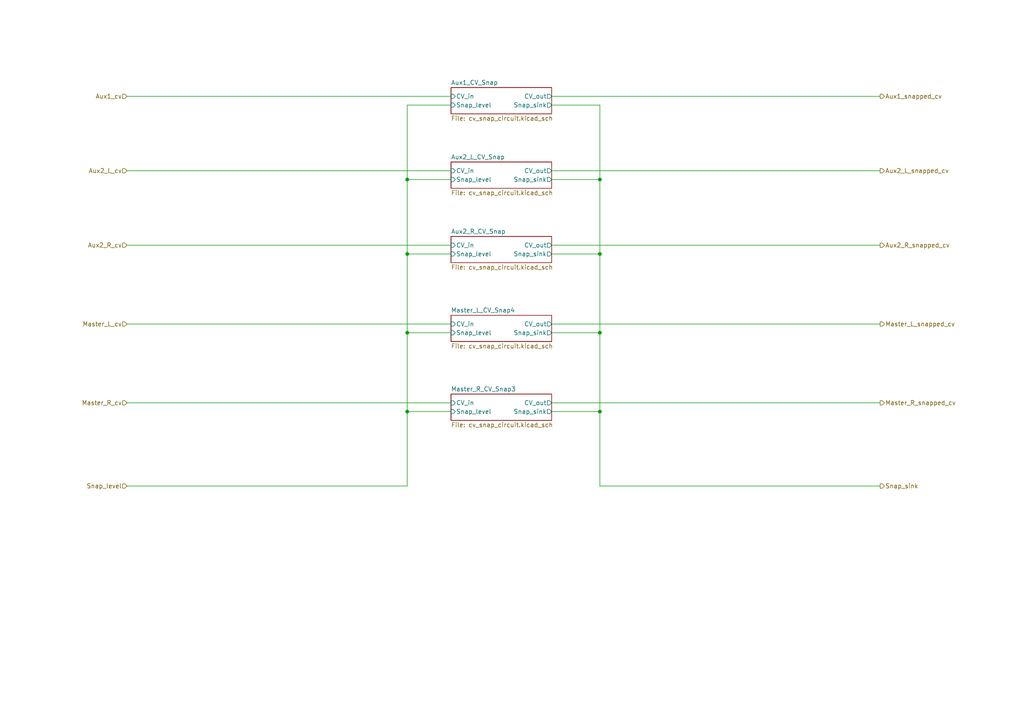
<source format=kicad_sch>
(kicad_sch (version 20230121) (generator eeschema)
  (paper "A4")
  (lib_symbols)
  (junction (at 173.99 73.66))
  (junction (at 118.11 73.66))
  (junction (at 173.99 52.07))
  (junction (at 173.99 96.52))
  (junction (at 173.99 119.38))
  (junction (at 118.11 52.07))
  (junction (at 118.11 96.52))
  (junction (at 118.11 119.38))
  (wire (pts (xy 160.02 96.52) (xy 173.99 96.52)))
  (wire (pts (xy 118.11 30.48) (xy 130.81 30.48)))
  (wire (pts (xy 36.83 93.98) (xy 130.81 93.98)))
  (wire (pts (xy 118.11 52.07) (xy 130.81 52.07)))
  (wire (pts (xy 160.02 49.53) (xy 255.27 49.53)))
  (wire (pts (xy 118.11 96.52) (xy 118.11 73.66)))
  (wire (pts (xy 160.02 73.66) (xy 173.99 73.66)))
  (wire (pts (xy 173.99 140.97) (xy 255.27 140.97)))
  (wire (pts (xy 36.83 27.94) (xy 130.81 27.94)))
  (wire (pts (xy 118.11 52.07) (xy 118.11 30.48)))
  (wire (pts (xy 118.11 140.97) (xy 118.11 119.38)))
  (wire (pts (xy 36.83 71.12) (xy 130.81 71.12)))
  (wire (pts (xy 173.99 96.52) (xy 173.99 119.38)))
  (wire (pts (xy 160.02 52.07) (xy 173.99 52.07)))
  (wire (pts (xy 173.99 30.48) (xy 173.99 52.07)))
  (wire (pts (xy 118.11 119.38) (xy 130.81 119.38)))
  (wire (pts (xy 160.02 27.94) (xy 255.27 27.94)))
  (wire (pts (xy 160.02 119.38) (xy 173.99 119.38)))
  (wire (pts (xy 36.83 49.53) (xy 130.81 49.53)))
  (wire (pts (xy 118.11 73.66) (xy 130.81 73.66)))
  (wire (pts (xy 160.02 93.98) (xy 255.27 93.98)))
  (wire (pts (xy 173.99 73.66) (xy 173.99 96.52)))
  (wire (pts (xy 160.02 30.48) (xy 173.99 30.48)))
  (wire (pts (xy 173.99 52.07) (xy 173.99 73.66)))
  (wire (pts (xy 173.99 119.38) (xy 173.99 140.97)))
  (wire (pts (xy 36.83 140.97) (xy 118.11 140.97)))
  (wire (pts (xy 118.11 119.38) (xy 118.11 96.52)))
  (wire (pts (xy 118.11 96.52) (xy 130.81 96.52)))
  (wire (pts (xy 36.83 116.84) (xy 130.81 116.84)))
  (wire (pts (xy 160.02 116.84) (xy 255.27 116.84)))
  (wire (pts (xy 118.11 73.66) (xy 118.11 52.07)))
  (wire (pts (xy 160.02 71.12) (xy 255.27 71.12)))
  (hierarchical_label "Aux2_R_cv" (shape input) (at 36.83 71.12 180))
  (hierarchical_label "Snap_sink" (shape output) (at 255.27 140.97 0))
  (hierarchical_label "Aux1_snapped_cv" (shape output) (at 255.27 27.94 0))
  (hierarchical_label "Master_R_snapped_cv" (shape output) (at 255.27 116.84 0))
  (hierarchical_label "Master_R_cv" (shape input) (at 36.83 116.84 180))
  (hierarchical_label "Master_L_cv" (shape input) (at 36.83 93.98 180))
  (hierarchical_label "Master_L_snapped_cv" (shape output) (at 255.27 93.98 0))
  (hierarchical_label "Aux2_L_cv" (shape input) (at 36.83 49.53 180))
  (hierarchical_label "Snap_level" (shape input) (at 36.83 140.97 180))
  (hierarchical_label "Aux1_cv" (shape input) (at 36.83 27.94 180))
  (hierarchical_label "Aux2_L_snapped_cv" (shape output) (at 255.27 49.53 0))
  (hierarchical_label "Aux2_R_snapped_cv" (shape output) (at 255.27 71.12 0))
  (sheet (at 130.81 91.44) (size 29.21 7.62) (stroke (width 0.1524))
    (property "Sheetname" "Master_L_CV_Snap4" (at 130.81 90.7284 0) (effects (justify left bottom)))
    (property "Sheetfile" "cv_snap_circuit.kicad_sch" (at 130.81 99.6446 0) (effects (justify left top)))
    (pin "CV_out" output (at 160.02 93.98 0))
    (pin "CV_in" input (at 130.81 93.98 180))
    (pin "Snap_level" input (at 130.81 96.52 180))
    (pin "Snap_sink" output (at 160.02 96.52 0))
  )
  (sheet (at 130.81 46.99) (size 29.21 7.62) (stroke (width 0.1524))
    (property "Sheetname" "Aux2_L_CV_Snap" (at 130.81 46.2784 0) (effects (justify left bottom)))
    (property "Sheetfile" "cv_snap_circuit.kicad_sch" (at 130.81 55.1946 0) (effects (justify left top)))
    (pin "CV_out" output (at 160.02 49.53 0))
    (pin "CV_in" input (at 130.81 49.53 180))
    (pin "Snap_level" input (at 130.81 52.07 180))
    (pin "Snap_sink" output (at 160.02 52.07 0))
  )
  (sheet (at 130.81 25.4) (size 29.21 7.62) (stroke (width 0.1524))
    (property "Sheetname" "Aux1_CV_Snap" (at 130.81 24.6884 0) (effects (justify left bottom)))
    (property "Sheetfile" "cv_snap_circuit.kicad_sch" (at 130.81 33.6046 0) (effects (justify left top)))
    (pin "CV_out" output (at 160.02 27.94 0))
    (pin "CV_in" input (at 130.81 27.94 180))
    (pin "Snap_level" input (at 130.81 30.48 180))
    (pin "Snap_sink" output (at 160.02 30.48 0))
  )
  (sheet (at 130.81 114.3) (size 29.21 7.62) (stroke (width 0.1524))
    (property "Sheetname" "Master_R_CV_Snap3" (at 130.81 113.5884 0) (effects (justify left bottom)))
    (property "Sheetfile" "cv_snap_circuit.kicad_sch" (at 130.81 122.5046 0) (effects (justify left top)))
    (pin "CV_out" output (at 160.02 116.84 0))
    (pin "CV_in" input (at 130.81 116.84 180))
    (pin "Snap_level" input (at 130.81 119.38 180))
    (pin "Snap_sink" output (at 160.02 119.38 0))
  )
  (sheet (at 130.81 68.58) (size 29.21 7.62) (stroke (width 0.1524))
    (property "Sheetname" "Aux2_R_CV_Snap" (at 130.81 67.8684 0) (effects (justify left bottom)))
    (property "Sheetfile" "cv_snap_circuit.kicad_sch" (at 130.81 76.7846 0) (effects (justify left top)))
    (pin "CV_out" output (at 160.02 71.12 0))
    (pin "CV_in" input (at 130.81 71.12 180))
    (pin "Snap_level" input (at 130.81 73.66 180))
    (pin "Snap_sink" output (at 160.02 73.66 0))
  )
)
</source>
